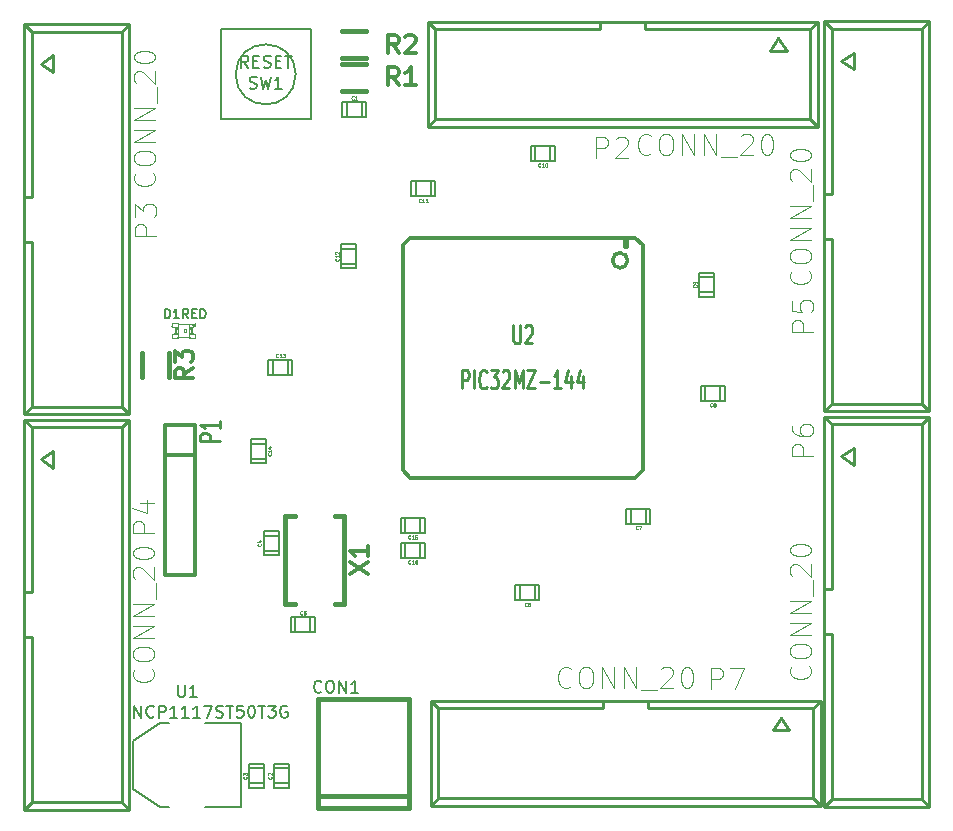
<source format=gbr>
%FSLAX46Y46*%
G04 Gerber Fmt 4.6, Leading zero omitted, Abs format (unit mm)*
G04 Created by KiCad (PCBNEW (2014-09-25 BZR 5147)-product) date jue 25 dic 2014 15:50:29 ART*
%MOMM*%
G01*
G04 APERTURE LIST*
%ADD10C,0.100000*%
%ADD11C,0.127000*%
%ADD12C,0.381000*%
%ADD13C,0.066040*%
%ADD14C,0.101600*%
%ADD15C,0.050800*%
%ADD16C,0.304800*%
%ADD17C,0.254000*%
%ADD18C,0.203200*%
%ADD19C,0.060960*%
%ADD20C,0.271780*%
%ADD21C,0.088900*%
G04 APERTURE END LIST*
D10*
D11*
X134885000Y-83365000D02*
X134885000Y-84635000D01*
X133615000Y-83365000D02*
X133615000Y-84609600D01*
X133234000Y-83365000D02*
X135266000Y-83365000D01*
X135266000Y-83365000D02*
X135266000Y-84635000D01*
X135266000Y-84635000D02*
X133234000Y-84635000D01*
X133234000Y-84635000D02*
X133234000Y-83365000D01*
X127465000Y-139765000D02*
X128735000Y-139765000D01*
X127465000Y-141035000D02*
X128709600Y-141035000D01*
X127465000Y-141416000D02*
X127465000Y-139384000D01*
X127465000Y-139384000D02*
X128735000Y-139384000D01*
X128735000Y-139384000D02*
X128735000Y-141416000D01*
X128735000Y-141416000D02*
X127465000Y-141416000D01*
X125365000Y-139765000D02*
X126635000Y-139765000D01*
X125365000Y-141035000D02*
X126609600Y-141035000D01*
X125365000Y-141416000D02*
X125365000Y-139384000D01*
X125365000Y-139384000D02*
X126635000Y-139384000D01*
X126635000Y-139384000D02*
X126635000Y-141416000D01*
X126635000Y-141416000D02*
X125365000Y-141416000D01*
X126565000Y-120065000D02*
X127835000Y-120065000D01*
X126565000Y-121335000D02*
X127809600Y-121335000D01*
X126565000Y-121716000D02*
X126565000Y-119684000D01*
X126565000Y-119684000D02*
X127835000Y-119684000D01*
X127835000Y-119684000D02*
X127835000Y-121716000D01*
X127835000Y-121716000D02*
X126565000Y-121716000D01*
X130535000Y-126965000D02*
X130535000Y-128235000D01*
X129265000Y-126965000D02*
X129265000Y-128209600D01*
X128884000Y-126965000D02*
X130916000Y-126965000D01*
X130916000Y-126965000D02*
X130916000Y-128235000D01*
X130916000Y-128235000D02*
X128884000Y-128235000D01*
X128884000Y-128235000D02*
X128884000Y-126965000D01*
X148265000Y-125535000D02*
X148265000Y-124265000D01*
X149535000Y-125535000D02*
X149535000Y-124290400D01*
X149916000Y-125535000D02*
X147884000Y-125535000D01*
X147884000Y-125535000D02*
X147884000Y-124265000D01*
X147884000Y-124265000D02*
X149916000Y-124265000D01*
X149916000Y-124265000D02*
X149916000Y-125535000D01*
X157665000Y-119035000D02*
X157665000Y-117765000D01*
X158935000Y-119035000D02*
X158935000Y-117790400D01*
X159316000Y-119035000D02*
X157284000Y-119035000D01*
X157284000Y-119035000D02*
X157284000Y-117765000D01*
X157284000Y-117765000D02*
X159316000Y-117765000D01*
X159316000Y-117765000D02*
X159316000Y-119035000D01*
X163965000Y-108635000D02*
X163965000Y-107365000D01*
X165235000Y-108635000D02*
X165235000Y-107390400D01*
X165616000Y-108635000D02*
X163584000Y-108635000D01*
X163584000Y-108635000D02*
X163584000Y-107365000D01*
X163584000Y-107365000D02*
X165616000Y-107365000D01*
X165616000Y-107365000D02*
X165616000Y-108635000D01*
X163465000Y-98165000D02*
X164735000Y-98165000D01*
X163465000Y-99435000D02*
X164709600Y-99435000D01*
X163465000Y-99816000D02*
X163465000Y-97784000D01*
X163465000Y-97784000D02*
X164735000Y-97784000D01*
X164735000Y-97784000D02*
X164735000Y-99816000D01*
X164735000Y-99816000D02*
X163465000Y-99816000D01*
X149565000Y-88335000D02*
X149565000Y-87065000D01*
X150835000Y-88335000D02*
X150835000Y-87090400D01*
X151216000Y-88335000D02*
X149184000Y-88335000D01*
X149184000Y-88335000D02*
X149184000Y-87065000D01*
X149184000Y-87065000D02*
X151216000Y-87065000D01*
X151216000Y-87065000D02*
X151216000Y-88335000D01*
X139465000Y-91335000D02*
X139465000Y-90065000D01*
X140735000Y-91335000D02*
X140735000Y-90090400D01*
X141116000Y-91335000D02*
X139084000Y-91335000D01*
X139084000Y-91335000D02*
X139084000Y-90065000D01*
X139084000Y-90065000D02*
X141116000Y-90065000D01*
X141116000Y-90065000D02*
X141116000Y-91335000D01*
X133165000Y-95765000D02*
X134435000Y-95765000D01*
X133165000Y-97035000D02*
X134409600Y-97035000D01*
X133165000Y-97416000D02*
X133165000Y-95384000D01*
X133165000Y-95384000D02*
X134435000Y-95384000D01*
X134435000Y-95384000D02*
X134435000Y-97416000D01*
X134435000Y-97416000D02*
X133165000Y-97416000D01*
X128635000Y-105165000D02*
X128635000Y-106435000D01*
X127365000Y-105165000D02*
X127365000Y-106409600D01*
X126984000Y-105165000D02*
X129016000Y-105165000D01*
X129016000Y-105165000D02*
X129016000Y-106435000D01*
X129016000Y-106435000D02*
X126984000Y-106435000D01*
X126984000Y-106435000D02*
X126984000Y-105165000D01*
X126735000Y-113535000D02*
X125465000Y-113535000D01*
X126735000Y-112265000D02*
X125490400Y-112265000D01*
X126735000Y-111884000D02*
X126735000Y-113916000D01*
X126735000Y-113916000D02*
X125465000Y-113916000D01*
X125465000Y-113916000D02*
X125465000Y-111884000D01*
X125465000Y-111884000D02*
X126735000Y-111884000D01*
X138565000Y-119835000D02*
X138565000Y-118565000D01*
X139835000Y-119835000D02*
X139835000Y-118590400D01*
X140216000Y-119835000D02*
X138184000Y-119835000D01*
X138184000Y-119835000D02*
X138184000Y-118565000D01*
X138184000Y-118565000D02*
X140216000Y-118565000D01*
X140216000Y-118565000D02*
X140216000Y-119835000D01*
X138565000Y-121935000D02*
X138565000Y-120665000D01*
X139835000Y-121935000D02*
X139835000Y-120690400D01*
X140216000Y-121935000D02*
X138184000Y-121935000D01*
X138184000Y-121935000D02*
X138184000Y-120665000D01*
X138184000Y-120665000D02*
X140216000Y-120665000D01*
X140216000Y-120665000D02*
X140216000Y-121935000D01*
D12*
X131149360Y-142099180D02*
X138850640Y-142099180D01*
X131149360Y-143099940D02*
X138850640Y-143099940D01*
X138850640Y-143099940D02*
X138850640Y-133900060D01*
X138850640Y-133900060D02*
X131149360Y-133900060D01*
X131149360Y-133900060D02*
X131149360Y-143099940D01*
D13*
X120297840Y-102999720D02*
X120297840Y-103324840D01*
X120297840Y-103324840D02*
X120798220Y-103324840D01*
X120798220Y-102999720D02*
X120798220Y-103324840D01*
X120297840Y-102999720D02*
X120798220Y-102999720D01*
X120297840Y-102377420D02*
X120297840Y-102527280D01*
X120297840Y-102527280D02*
X120549300Y-102527280D01*
X120549300Y-102377420D02*
X120549300Y-102527280D01*
X120297840Y-102377420D02*
X120549300Y-102377420D01*
X120297840Y-102872720D02*
X120297840Y-103022580D01*
X120297840Y-103022580D02*
X120549300Y-103022580D01*
X120549300Y-102872720D02*
X120549300Y-103022580D01*
X120297840Y-102872720D02*
X120549300Y-102872720D01*
X120297840Y-102501880D02*
X120297840Y-102898120D01*
X120297840Y-102898120D02*
X120473100Y-102898120D01*
X120473100Y-102501880D02*
X120473100Y-102898120D01*
X120297840Y-102501880D02*
X120473100Y-102501880D01*
X118801780Y-102999720D02*
X118801780Y-103324840D01*
X118801780Y-103324840D02*
X119302160Y-103324840D01*
X119302160Y-102999720D02*
X119302160Y-103324840D01*
X118801780Y-102999720D02*
X119302160Y-102999720D01*
X118801780Y-102075160D02*
X118801780Y-102400280D01*
X118801780Y-102400280D02*
X119302160Y-102400280D01*
X119302160Y-102075160D02*
X119302160Y-102400280D01*
X118801780Y-102075160D02*
X119302160Y-102075160D01*
X119050700Y-102872720D02*
X119050700Y-103022580D01*
X119050700Y-103022580D02*
X119302160Y-103022580D01*
X119302160Y-102872720D02*
X119302160Y-103022580D01*
X119050700Y-102872720D02*
X119302160Y-102872720D01*
X119050700Y-102377420D02*
X119050700Y-102527280D01*
X119050700Y-102527280D02*
X119302160Y-102527280D01*
X119302160Y-102377420D02*
X119302160Y-102527280D01*
X119050700Y-102377420D02*
X119302160Y-102377420D01*
X119126900Y-102501880D02*
X119126900Y-102898120D01*
X119126900Y-102898120D02*
X119302160Y-102898120D01*
X119302160Y-102501880D02*
X119302160Y-102898120D01*
X119126900Y-102501880D02*
X119302160Y-102501880D01*
X119800000Y-102600940D02*
X119800000Y-102799060D01*
X119800000Y-102799060D02*
X119998120Y-102799060D01*
X119998120Y-102600940D02*
X119998120Y-102799060D01*
X119800000Y-102600940D02*
X119998120Y-102600940D01*
X120297840Y-102100560D02*
X120297840Y-102400280D01*
X120297840Y-102400280D02*
X120597560Y-102400280D01*
X120597560Y-102100560D02*
X120597560Y-102400280D01*
X120297840Y-102100560D02*
X120597560Y-102100560D01*
X120724560Y-102075160D02*
X120724560Y-102301220D01*
X120724560Y-102301220D02*
X120798220Y-102301220D01*
X120798220Y-102075160D02*
X120798220Y-102301220D01*
X120724560Y-102075160D02*
X120798220Y-102075160D01*
D14*
X120323240Y-103274040D02*
X119276760Y-103274040D01*
X119302160Y-102125960D02*
X120724560Y-102125960D01*
D15*
X120720202Y-102250420D02*
G75*
G03X120720202Y-102250420I-71842J0D01*
G74*
G01*
D14*
X120798220Y-102352020D02*
G75*
G03X120798220Y-103047980I0J-347980D01*
G74*
G01*
X118801780Y-103047980D02*
G75*
G03X118801780Y-102352020I0J347980D01*
G74*
G01*
D16*
X118230000Y-110680000D02*
X120770000Y-110680000D01*
X120770000Y-110680000D02*
X120770000Y-123380000D01*
X120770000Y-123380000D02*
X118230000Y-123380000D01*
X118230000Y-123380000D02*
X118230000Y-110680000D01*
X118230000Y-113220000D02*
X120770000Y-113220000D01*
D17*
X141125000Y-77190000D02*
X140490000Y-76555000D01*
X141125000Y-84810000D02*
X140490000Y-85445000D01*
X172875000Y-77190000D02*
X173510000Y-76555000D01*
X173510000Y-85445000D02*
X172875000Y-84810000D01*
X172875000Y-84810000D02*
X172875000Y-77190000D01*
X172875000Y-77190000D02*
X158905000Y-77190000D01*
X158905000Y-77190000D02*
X158905000Y-76555000D01*
X172875000Y-84810000D02*
X141125000Y-84810000D01*
X141125000Y-84810000D02*
X141125000Y-77190000D01*
X141125000Y-77190000D02*
X155095000Y-77190000D01*
X155095000Y-77190000D02*
X155095000Y-76555000D01*
X140490000Y-85445000D02*
X173510000Y-85445000D01*
X173510000Y-76555000D02*
X140490000Y-76555000D01*
X173510000Y-85445000D02*
X173510000Y-76555000D01*
X140490000Y-85445000D02*
X140490000Y-76555000D01*
X170848080Y-79031500D02*
X170149580Y-77962160D01*
X170149580Y-77962160D02*
X169448540Y-79031500D01*
X169448540Y-79031500D02*
X170848080Y-79031500D01*
X106940000Y-109125000D02*
X106305000Y-109760000D01*
X114560000Y-109125000D02*
X115195000Y-109760000D01*
X106940000Y-77375000D02*
X106305000Y-76740000D01*
X115195000Y-76740000D02*
X114560000Y-77375000D01*
X114560000Y-77375000D02*
X106940000Y-77375000D01*
X106940000Y-77375000D02*
X106940000Y-91345000D01*
X106940000Y-91345000D02*
X106305000Y-91345000D01*
X114560000Y-77375000D02*
X114560000Y-109125000D01*
X114560000Y-109125000D02*
X106940000Y-109125000D01*
X106940000Y-109125000D02*
X106940000Y-95155000D01*
X106940000Y-95155000D02*
X106305000Y-95155000D01*
X115195000Y-109760000D02*
X115195000Y-76740000D01*
X106305000Y-76740000D02*
X106305000Y-109760000D01*
X115195000Y-76740000D02*
X106305000Y-76740000D01*
X115195000Y-109760000D02*
X106305000Y-109760000D01*
X108781500Y-79401920D02*
X107712160Y-80100420D01*
X107712160Y-80100420D02*
X108781500Y-80801460D01*
X108781500Y-80801460D02*
X108781500Y-79401920D01*
X106940000Y-142625000D02*
X106305000Y-143260000D01*
X114560000Y-142625000D02*
X115195000Y-143260000D01*
X106940000Y-110875000D02*
X106305000Y-110240000D01*
X115195000Y-110240000D02*
X114560000Y-110875000D01*
X114560000Y-110875000D02*
X106940000Y-110875000D01*
X106940000Y-110875000D02*
X106940000Y-124845000D01*
X106940000Y-124845000D02*
X106305000Y-124845000D01*
X114560000Y-110875000D02*
X114560000Y-142625000D01*
X114560000Y-142625000D02*
X106940000Y-142625000D01*
X106940000Y-142625000D02*
X106940000Y-128655000D01*
X106940000Y-128655000D02*
X106305000Y-128655000D01*
X115195000Y-143260000D02*
X115195000Y-110240000D01*
X106305000Y-110240000D02*
X106305000Y-143260000D01*
X115195000Y-110240000D02*
X106305000Y-110240000D01*
X115195000Y-143260000D02*
X106305000Y-143260000D01*
X108781500Y-112901920D02*
X107712160Y-113600420D01*
X107712160Y-113600420D02*
X108781500Y-114301460D01*
X108781500Y-114301460D02*
X108781500Y-112901920D01*
X174690000Y-108875000D02*
X174055000Y-109510000D01*
X182310000Y-108875000D02*
X182945000Y-109510000D01*
X174690000Y-77125000D02*
X174055000Y-76490000D01*
X182945000Y-76490000D02*
X182310000Y-77125000D01*
X182310000Y-77125000D02*
X174690000Y-77125000D01*
X174690000Y-77125000D02*
X174690000Y-91095000D01*
X174690000Y-91095000D02*
X174055000Y-91095000D01*
X182310000Y-77125000D02*
X182310000Y-108875000D01*
X182310000Y-108875000D02*
X174690000Y-108875000D01*
X174690000Y-108875000D02*
X174690000Y-94905000D01*
X174690000Y-94905000D02*
X174055000Y-94905000D01*
X182945000Y-109510000D02*
X182945000Y-76490000D01*
X174055000Y-76490000D02*
X174055000Y-109510000D01*
X182945000Y-76490000D02*
X174055000Y-76490000D01*
X182945000Y-109510000D02*
X174055000Y-109510000D01*
X176531500Y-79151920D02*
X175462160Y-79850420D01*
X175462160Y-79850420D02*
X176531500Y-80551460D01*
X176531500Y-80551460D02*
X176531500Y-79151920D01*
X174690000Y-142375000D02*
X174055000Y-143010000D01*
X182310000Y-142375000D02*
X182945000Y-143010000D01*
X174690000Y-110625000D02*
X174055000Y-109990000D01*
X182945000Y-109990000D02*
X182310000Y-110625000D01*
X182310000Y-110625000D02*
X174690000Y-110625000D01*
X174690000Y-110625000D02*
X174690000Y-124595000D01*
X174690000Y-124595000D02*
X174055000Y-124595000D01*
X182310000Y-110625000D02*
X182310000Y-142375000D01*
X182310000Y-142375000D02*
X174690000Y-142375000D01*
X174690000Y-142375000D02*
X174690000Y-128405000D01*
X174690000Y-128405000D02*
X174055000Y-128405000D01*
X182945000Y-143010000D02*
X182945000Y-109990000D01*
X174055000Y-109990000D02*
X174055000Y-143010000D01*
X182945000Y-109990000D02*
X174055000Y-109990000D01*
X182945000Y-143010000D02*
X174055000Y-143010000D01*
X176531500Y-112651920D02*
X175462160Y-113350420D01*
X175462160Y-113350420D02*
X176531500Y-114051460D01*
X176531500Y-114051460D02*
X176531500Y-112651920D01*
X141375000Y-134690000D02*
X140740000Y-134055000D01*
X141375000Y-142310000D02*
X140740000Y-142945000D01*
X173125000Y-134690000D02*
X173760000Y-134055000D01*
X173760000Y-142945000D02*
X173125000Y-142310000D01*
X173125000Y-142310000D02*
X173125000Y-134690000D01*
X173125000Y-134690000D02*
X159155000Y-134690000D01*
X159155000Y-134690000D02*
X159155000Y-134055000D01*
X173125000Y-142310000D02*
X141375000Y-142310000D01*
X141375000Y-142310000D02*
X141375000Y-134690000D01*
X141375000Y-134690000D02*
X155345000Y-134690000D01*
X155345000Y-134690000D02*
X155345000Y-134055000D01*
X140740000Y-142945000D02*
X173760000Y-142945000D01*
X173760000Y-134055000D02*
X140740000Y-134055000D01*
X173760000Y-142945000D02*
X173760000Y-134055000D01*
X140740000Y-142945000D02*
X140740000Y-134055000D01*
X171098080Y-136531500D02*
X170399580Y-135462160D01*
X170399580Y-135462160D02*
X169698540Y-136531500D01*
X169698540Y-136531500D02*
X171098080Y-136531500D01*
D12*
X134250000Y-82393000D02*
X135266000Y-82393000D01*
X134250000Y-82393000D02*
X133234000Y-82393000D01*
X134250000Y-80107000D02*
X135266000Y-80107000D01*
X134250000Y-80107000D02*
X133234000Y-80107000D01*
X134250000Y-79643000D02*
X135266000Y-79643000D01*
X134250000Y-79643000D02*
X133234000Y-79643000D01*
X134250000Y-77357000D02*
X135266000Y-77357000D01*
X134250000Y-77357000D02*
X133234000Y-77357000D01*
X118543000Y-105600000D02*
X118543000Y-104584000D01*
X118543000Y-105600000D02*
X118543000Y-106616000D01*
X116257000Y-105600000D02*
X116257000Y-104584000D01*
X116257000Y-105600000D02*
X116257000Y-106616000D01*
D11*
X129290000Y-81000000D02*
G75*
G03X129290000Y-81000000I-2540000J0D01*
G74*
G01*
X130560000Y-84810000D02*
X122940000Y-84810000D01*
X122940000Y-84810000D02*
X122940000Y-77190000D01*
X122940000Y-77190000D02*
X130560000Y-77190000D01*
X130560000Y-84810000D02*
X130560000Y-77190000D01*
D18*
X121624000Y-143056000D02*
X124672000Y-143056000D01*
X124672000Y-143056000D02*
X124672000Y-135944000D01*
X124672000Y-135944000D02*
X121624000Y-135944000D01*
X118576000Y-143056000D02*
X117814000Y-143056000D01*
X117814000Y-143056000D02*
X115528000Y-141532000D01*
X115528000Y-141532000D02*
X115528000Y-137468000D01*
X115528000Y-137468000D02*
X117814000Y-135944000D01*
X117814000Y-135944000D02*
X118576000Y-135944000D01*
D16*
X157390000Y-96745000D02*
G75*
G03X157390000Y-96745000I-635000J0D01*
G74*
G01*
X157136000Y-95602000D02*
X157364600Y-95602000D01*
X157364600Y-95602000D02*
X157364600Y-94840000D01*
X157136000Y-94840000D02*
X157136000Y-95602000D01*
X138975000Y-94840000D02*
X138340000Y-95475000D01*
X138340000Y-95475000D02*
X138340000Y-114525000D01*
X138340000Y-114525000D02*
X138975000Y-115160000D01*
X138975000Y-115160000D02*
X158025000Y-115160000D01*
X158025000Y-115160000D02*
X158660000Y-114525000D01*
X158660000Y-114525000D02*
X158660000Y-95475000D01*
X158660000Y-95475000D02*
X158025000Y-94840000D01*
X158025000Y-94840000D02*
X138975000Y-94840000D01*
D12*
X128400640Y-118350960D02*
X129200740Y-118350960D01*
X133399360Y-118350960D02*
X132599260Y-118350960D01*
X133399360Y-125849040D02*
X132599260Y-125849040D01*
X128400640Y-125849040D02*
X129200740Y-125849040D01*
X128400640Y-118350960D02*
X128400640Y-125849040D01*
X133399360Y-125849040D02*
X133399360Y-118350960D01*
D19*
X134200046Y-83116443D02*
X134185774Y-83130715D01*
X134142957Y-83144988D01*
X134114412Y-83144988D01*
X134071595Y-83130715D01*
X134043050Y-83102170D01*
X134028778Y-83073626D01*
X134014506Y-83016536D01*
X134014506Y-82973719D01*
X134028778Y-82916630D01*
X134043050Y-82888085D01*
X134071595Y-82859540D01*
X134114412Y-82845268D01*
X134142957Y-82845268D01*
X134185774Y-82859540D01*
X134200046Y-82873812D01*
X134485494Y-83144988D02*
X134314226Y-83144988D01*
X134399860Y-83144988D02*
X134399860Y-82845268D01*
X134371315Y-82888085D01*
X134342770Y-82916630D01*
X134314226Y-82930902D01*
X127216443Y-140449954D02*
X127230715Y-140464226D01*
X127244988Y-140507043D01*
X127244988Y-140535588D01*
X127230715Y-140578405D01*
X127202170Y-140606950D01*
X127173626Y-140621222D01*
X127116536Y-140635494D01*
X127073719Y-140635494D01*
X127016630Y-140621222D01*
X126988085Y-140606950D01*
X126959540Y-140578405D01*
X126945268Y-140535588D01*
X126945268Y-140507043D01*
X126959540Y-140464226D01*
X126973812Y-140449954D01*
X126973812Y-140335774D02*
X126959540Y-140321502D01*
X126945268Y-140292957D01*
X126945268Y-140221595D01*
X126959540Y-140193051D01*
X126973812Y-140178778D01*
X127002357Y-140164506D01*
X127030902Y-140164506D01*
X127073719Y-140178778D01*
X127244988Y-140350047D01*
X127244988Y-140164506D01*
X125116443Y-140449954D02*
X125130715Y-140464226D01*
X125144988Y-140507043D01*
X125144988Y-140535588D01*
X125130715Y-140578405D01*
X125102170Y-140606950D01*
X125073626Y-140621222D01*
X125016536Y-140635494D01*
X124973719Y-140635494D01*
X124916630Y-140621222D01*
X124888085Y-140606950D01*
X124859540Y-140578405D01*
X124845268Y-140535588D01*
X124845268Y-140507043D01*
X124859540Y-140464226D01*
X124873812Y-140449954D01*
X124845268Y-140350047D02*
X124845268Y-140164506D01*
X124959447Y-140264413D01*
X124959447Y-140221595D01*
X124973719Y-140193051D01*
X124987991Y-140178778D01*
X125016536Y-140164506D01*
X125087898Y-140164506D01*
X125116443Y-140178778D01*
X125130715Y-140193051D01*
X125144988Y-140221595D01*
X125144988Y-140307230D01*
X125130715Y-140335774D01*
X125116443Y-140350047D01*
X126316443Y-120749954D02*
X126330715Y-120764226D01*
X126344988Y-120807043D01*
X126344988Y-120835588D01*
X126330715Y-120878405D01*
X126302170Y-120906950D01*
X126273626Y-120921222D01*
X126216536Y-120935494D01*
X126173719Y-120935494D01*
X126116630Y-120921222D01*
X126088085Y-120906950D01*
X126059540Y-120878405D01*
X126045268Y-120835588D01*
X126045268Y-120807043D01*
X126059540Y-120764226D01*
X126073812Y-120749954D01*
X126145174Y-120493051D02*
X126344988Y-120493051D01*
X126030995Y-120564413D02*
X126245081Y-120635774D01*
X126245081Y-120450234D01*
X129850046Y-126716443D02*
X129835774Y-126730715D01*
X129792957Y-126744988D01*
X129764412Y-126744988D01*
X129721595Y-126730715D01*
X129693050Y-126702170D01*
X129678778Y-126673626D01*
X129664506Y-126616536D01*
X129664506Y-126573719D01*
X129678778Y-126516630D01*
X129693050Y-126488085D01*
X129721595Y-126459540D01*
X129764412Y-126445268D01*
X129792957Y-126445268D01*
X129835774Y-126459540D01*
X129850046Y-126473812D01*
X130121222Y-126445268D02*
X129978498Y-126445268D01*
X129964226Y-126587991D01*
X129978498Y-126573719D01*
X130007043Y-126559447D01*
X130078405Y-126559447D01*
X130106949Y-126573719D01*
X130121222Y-126587991D01*
X130135494Y-126616536D01*
X130135494Y-126687898D01*
X130121222Y-126716443D01*
X130106949Y-126730715D01*
X130078405Y-126744988D01*
X130007043Y-126744988D01*
X129978498Y-126730715D01*
X129964226Y-126716443D01*
X148850046Y-125997643D02*
X148835774Y-126011915D01*
X148792957Y-126026188D01*
X148764412Y-126026188D01*
X148721595Y-126011915D01*
X148693050Y-125983370D01*
X148678778Y-125954826D01*
X148664506Y-125897736D01*
X148664506Y-125854919D01*
X148678778Y-125797830D01*
X148693050Y-125769285D01*
X148721595Y-125740740D01*
X148764412Y-125726468D01*
X148792957Y-125726468D01*
X148835774Y-125740740D01*
X148850046Y-125755012D01*
X149106949Y-125726468D02*
X149049860Y-125726468D01*
X149021315Y-125740740D01*
X149007043Y-125755012D01*
X148978498Y-125797830D01*
X148964226Y-125854919D01*
X148964226Y-125969098D01*
X148978498Y-125997643D01*
X148992770Y-126011915D01*
X149021315Y-126026188D01*
X149078405Y-126026188D01*
X149106949Y-126011915D01*
X149121222Y-125997643D01*
X149135494Y-125969098D01*
X149135494Y-125897736D01*
X149121222Y-125869191D01*
X149106949Y-125854919D01*
X149078405Y-125840647D01*
X149021315Y-125840647D01*
X148992770Y-125854919D01*
X148978498Y-125869191D01*
X148964226Y-125897736D01*
X158250046Y-119497643D02*
X158235774Y-119511915D01*
X158192957Y-119526188D01*
X158164412Y-119526188D01*
X158121595Y-119511915D01*
X158093050Y-119483370D01*
X158078778Y-119454826D01*
X158064506Y-119397736D01*
X158064506Y-119354919D01*
X158078778Y-119297830D01*
X158093050Y-119269285D01*
X158121595Y-119240740D01*
X158164412Y-119226468D01*
X158192957Y-119226468D01*
X158235774Y-119240740D01*
X158250046Y-119255012D01*
X158349953Y-119226468D02*
X158549766Y-119226468D01*
X158421315Y-119526188D01*
X164550046Y-109097643D02*
X164535774Y-109111915D01*
X164492957Y-109126188D01*
X164464412Y-109126188D01*
X164421595Y-109111915D01*
X164393050Y-109083370D01*
X164378778Y-109054826D01*
X164364506Y-108997736D01*
X164364506Y-108954919D01*
X164378778Y-108897830D01*
X164393050Y-108869285D01*
X164421595Y-108840740D01*
X164464412Y-108826468D01*
X164492957Y-108826468D01*
X164535774Y-108840740D01*
X164550046Y-108855012D01*
X164721315Y-108954919D02*
X164692770Y-108940647D01*
X164678498Y-108926374D01*
X164664226Y-108897830D01*
X164664226Y-108883557D01*
X164678498Y-108855012D01*
X164692770Y-108840740D01*
X164721315Y-108826468D01*
X164778405Y-108826468D01*
X164806949Y-108840740D01*
X164821222Y-108855012D01*
X164835494Y-108883557D01*
X164835494Y-108897830D01*
X164821222Y-108926374D01*
X164806949Y-108940647D01*
X164778405Y-108954919D01*
X164721315Y-108954919D01*
X164692770Y-108969191D01*
X164678498Y-108983464D01*
X164664226Y-109012009D01*
X164664226Y-109069098D01*
X164678498Y-109097643D01*
X164692770Y-109111915D01*
X164721315Y-109126188D01*
X164778405Y-109126188D01*
X164806949Y-109111915D01*
X164821222Y-109097643D01*
X164835494Y-109069098D01*
X164835494Y-109012009D01*
X164821222Y-108983464D01*
X164806949Y-108969191D01*
X164778405Y-108954919D01*
X163216443Y-98849954D02*
X163230715Y-98864226D01*
X163244988Y-98907043D01*
X163244988Y-98935588D01*
X163230715Y-98978405D01*
X163202170Y-99006950D01*
X163173626Y-99021222D01*
X163116536Y-99035494D01*
X163073719Y-99035494D01*
X163016630Y-99021222D01*
X162988085Y-99006950D01*
X162959540Y-98978405D01*
X162945268Y-98935588D01*
X162945268Y-98907043D01*
X162959540Y-98864226D01*
X162973812Y-98849954D01*
X163244988Y-98707230D02*
X163244988Y-98650140D01*
X163230715Y-98621595D01*
X163216443Y-98607323D01*
X163173626Y-98578778D01*
X163116536Y-98564506D01*
X163002357Y-98564506D01*
X162973812Y-98578778D01*
X162959540Y-98593051D01*
X162945268Y-98621595D01*
X162945268Y-98678685D01*
X162959540Y-98707230D01*
X162973812Y-98721502D01*
X163002357Y-98735774D01*
X163073719Y-98735774D01*
X163102264Y-98721502D01*
X163116536Y-98707230D01*
X163130809Y-98678685D01*
X163130809Y-98621595D01*
X163116536Y-98593051D01*
X163102264Y-98578778D01*
X163073719Y-98564506D01*
X150007322Y-88797643D02*
X149993050Y-88811915D01*
X149950233Y-88826188D01*
X149921688Y-88826188D01*
X149878871Y-88811915D01*
X149850326Y-88783370D01*
X149836054Y-88754826D01*
X149821782Y-88697736D01*
X149821782Y-88654919D01*
X149836054Y-88597830D01*
X149850326Y-88569285D01*
X149878871Y-88540740D01*
X149921688Y-88526468D01*
X149950233Y-88526468D01*
X149993050Y-88540740D01*
X150007322Y-88555012D01*
X150292770Y-88826188D02*
X150121502Y-88826188D01*
X150207136Y-88826188D02*
X150207136Y-88526468D01*
X150178591Y-88569285D01*
X150150046Y-88597830D01*
X150121502Y-88612102D01*
X150478311Y-88526468D02*
X150506856Y-88526468D01*
X150535401Y-88540740D01*
X150549673Y-88555012D01*
X150563946Y-88583557D01*
X150578218Y-88640647D01*
X150578218Y-88712009D01*
X150563946Y-88769098D01*
X150549673Y-88797643D01*
X150535401Y-88811915D01*
X150506856Y-88826188D01*
X150478311Y-88826188D01*
X150449767Y-88811915D01*
X150435494Y-88797643D01*
X150421222Y-88769098D01*
X150406950Y-88712009D01*
X150406950Y-88640647D01*
X150421222Y-88583557D01*
X150435494Y-88555012D01*
X150449767Y-88540740D01*
X150478311Y-88526468D01*
X139907322Y-91797643D02*
X139893050Y-91811915D01*
X139850233Y-91826188D01*
X139821688Y-91826188D01*
X139778871Y-91811915D01*
X139750326Y-91783370D01*
X139736054Y-91754826D01*
X139721782Y-91697736D01*
X139721782Y-91654919D01*
X139736054Y-91597830D01*
X139750326Y-91569285D01*
X139778871Y-91540740D01*
X139821688Y-91526468D01*
X139850233Y-91526468D01*
X139893050Y-91540740D01*
X139907322Y-91555012D01*
X140192770Y-91826188D02*
X140021502Y-91826188D01*
X140107136Y-91826188D02*
X140107136Y-91526468D01*
X140078591Y-91569285D01*
X140050046Y-91597830D01*
X140021502Y-91612102D01*
X140478218Y-91826188D02*
X140306950Y-91826188D01*
X140392584Y-91826188D02*
X140392584Y-91526468D01*
X140364039Y-91569285D01*
X140335494Y-91597830D01*
X140306950Y-91612102D01*
X132916443Y-96592678D02*
X132930715Y-96606950D01*
X132944988Y-96649767D01*
X132944988Y-96678312D01*
X132930715Y-96721129D01*
X132902170Y-96749674D01*
X132873626Y-96763946D01*
X132816536Y-96778218D01*
X132773719Y-96778218D01*
X132716630Y-96763946D01*
X132688085Y-96749674D01*
X132659540Y-96721129D01*
X132645268Y-96678312D01*
X132645268Y-96649767D01*
X132659540Y-96606950D01*
X132673812Y-96592678D01*
X132944988Y-96307230D02*
X132944988Y-96478498D01*
X132944988Y-96392864D02*
X132645268Y-96392864D01*
X132688085Y-96421409D01*
X132716630Y-96449954D01*
X132730902Y-96478498D01*
X132673812Y-96193050D02*
X132659540Y-96178778D01*
X132645268Y-96150233D01*
X132645268Y-96078871D01*
X132659540Y-96050327D01*
X132673812Y-96036054D01*
X132702357Y-96021782D01*
X132730902Y-96021782D01*
X132773719Y-96036054D01*
X132944988Y-96207323D01*
X132944988Y-96021782D01*
X127807322Y-104916443D02*
X127793050Y-104930715D01*
X127750233Y-104944988D01*
X127721688Y-104944988D01*
X127678871Y-104930715D01*
X127650326Y-104902170D01*
X127636054Y-104873626D01*
X127621782Y-104816536D01*
X127621782Y-104773719D01*
X127636054Y-104716630D01*
X127650326Y-104688085D01*
X127678871Y-104659540D01*
X127721688Y-104645268D01*
X127750233Y-104645268D01*
X127793050Y-104659540D01*
X127807322Y-104673812D01*
X128092770Y-104944988D02*
X127921502Y-104944988D01*
X128007136Y-104944988D02*
X128007136Y-104645268D01*
X127978591Y-104688085D01*
X127950046Y-104716630D01*
X127921502Y-104730902D01*
X128192677Y-104645268D02*
X128378218Y-104645268D01*
X128278311Y-104759447D01*
X128321129Y-104759447D01*
X128349673Y-104773719D01*
X128363946Y-104787991D01*
X128378218Y-104816536D01*
X128378218Y-104887898D01*
X128363946Y-104916443D01*
X128349673Y-104930715D01*
X128321129Y-104944988D01*
X128235494Y-104944988D01*
X128206950Y-104930715D01*
X128192677Y-104916443D01*
X127197643Y-113092678D02*
X127211915Y-113106950D01*
X127226188Y-113149767D01*
X127226188Y-113178312D01*
X127211915Y-113221129D01*
X127183370Y-113249674D01*
X127154826Y-113263946D01*
X127097736Y-113278218D01*
X127054919Y-113278218D01*
X126997830Y-113263946D01*
X126969285Y-113249674D01*
X126940740Y-113221129D01*
X126926468Y-113178312D01*
X126926468Y-113149767D01*
X126940740Y-113106950D01*
X126955012Y-113092678D01*
X127226188Y-112807230D02*
X127226188Y-112978498D01*
X127226188Y-112892864D02*
X126926468Y-112892864D01*
X126969285Y-112921409D01*
X126997830Y-112949954D01*
X127012102Y-112978498D01*
X127026374Y-112550327D02*
X127226188Y-112550327D01*
X126912195Y-112621689D02*
X127126281Y-112693050D01*
X127126281Y-112507510D01*
X139007322Y-120297643D02*
X138993050Y-120311915D01*
X138950233Y-120326188D01*
X138921688Y-120326188D01*
X138878871Y-120311915D01*
X138850326Y-120283370D01*
X138836054Y-120254826D01*
X138821782Y-120197736D01*
X138821782Y-120154919D01*
X138836054Y-120097830D01*
X138850326Y-120069285D01*
X138878871Y-120040740D01*
X138921688Y-120026468D01*
X138950233Y-120026468D01*
X138993050Y-120040740D01*
X139007322Y-120055012D01*
X139292770Y-120326188D02*
X139121502Y-120326188D01*
X139207136Y-120326188D02*
X139207136Y-120026468D01*
X139178591Y-120069285D01*
X139150046Y-120097830D01*
X139121502Y-120112102D01*
X139563946Y-120026468D02*
X139421222Y-120026468D01*
X139406950Y-120169191D01*
X139421222Y-120154919D01*
X139449767Y-120140647D01*
X139521129Y-120140647D01*
X139549673Y-120154919D01*
X139563946Y-120169191D01*
X139578218Y-120197736D01*
X139578218Y-120269098D01*
X139563946Y-120297643D01*
X139549673Y-120311915D01*
X139521129Y-120326188D01*
X139449767Y-120326188D01*
X139421222Y-120311915D01*
X139406950Y-120297643D01*
X139007322Y-122397643D02*
X138993050Y-122411915D01*
X138950233Y-122426188D01*
X138921688Y-122426188D01*
X138878871Y-122411915D01*
X138850326Y-122383370D01*
X138836054Y-122354826D01*
X138821782Y-122297736D01*
X138821782Y-122254919D01*
X138836054Y-122197830D01*
X138850326Y-122169285D01*
X138878871Y-122140740D01*
X138921688Y-122126468D01*
X138950233Y-122126468D01*
X138993050Y-122140740D01*
X139007322Y-122155012D01*
X139292770Y-122426188D02*
X139121502Y-122426188D01*
X139207136Y-122426188D02*
X139207136Y-122126468D01*
X139178591Y-122169285D01*
X139150046Y-122197830D01*
X139121502Y-122212102D01*
X139549673Y-122126468D02*
X139492584Y-122126468D01*
X139464039Y-122140740D01*
X139449767Y-122155012D01*
X139421222Y-122197830D01*
X139406950Y-122254919D01*
X139406950Y-122369098D01*
X139421222Y-122397643D01*
X139435494Y-122411915D01*
X139464039Y-122426188D01*
X139521129Y-122426188D01*
X139549673Y-122411915D01*
X139563946Y-122397643D01*
X139578218Y-122369098D01*
X139578218Y-122297736D01*
X139563946Y-122269191D01*
X139549673Y-122254919D01*
X139521129Y-122240647D01*
X139464039Y-122240647D01*
X139435494Y-122254919D01*
X139421222Y-122269191D01*
X139406950Y-122297736D01*
D18*
X131466286Y-133262857D02*
X131417905Y-133311238D01*
X131272762Y-133359619D01*
X131176000Y-133359619D01*
X131030858Y-133311238D01*
X130934096Y-133214476D01*
X130885715Y-133117714D01*
X130837334Y-132924190D01*
X130837334Y-132779048D01*
X130885715Y-132585524D01*
X130934096Y-132488762D01*
X131030858Y-132392000D01*
X131176000Y-132343619D01*
X131272762Y-132343619D01*
X131417905Y-132392000D01*
X131466286Y-132440381D01*
X132095239Y-132343619D02*
X132288762Y-132343619D01*
X132385524Y-132392000D01*
X132482286Y-132488762D01*
X132530667Y-132682286D01*
X132530667Y-133020952D01*
X132482286Y-133214476D01*
X132385524Y-133311238D01*
X132288762Y-133359619D01*
X132095239Y-133359619D01*
X131998477Y-133311238D01*
X131901715Y-133214476D01*
X131853334Y-133020952D01*
X131853334Y-132682286D01*
X131901715Y-132488762D01*
X131998477Y-132392000D01*
X132095239Y-132343619D01*
X132966096Y-133359619D02*
X132966096Y-132343619D01*
X133546667Y-133359619D01*
X133546667Y-132343619D01*
X134562667Y-133359619D02*
X133982096Y-133359619D01*
X134272382Y-133359619D02*
X134272382Y-132343619D01*
X134175620Y-132488762D01*
X134078858Y-132585524D01*
X133982096Y-132633905D01*
D11*
X118237572Y-101644714D02*
X118237572Y-100882714D01*
X118419000Y-100882714D01*
X118527857Y-100919000D01*
X118600429Y-100991571D01*
X118636714Y-101064143D01*
X118673000Y-101209286D01*
X118673000Y-101318143D01*
X118636714Y-101463286D01*
X118600429Y-101535857D01*
X118527857Y-101608429D01*
X118419000Y-101644714D01*
X118237572Y-101644714D01*
X119398714Y-101644714D02*
X118963286Y-101644714D01*
X119181000Y-101644714D02*
X119181000Y-100882714D01*
X119108429Y-100991571D01*
X119035857Y-101064143D01*
X118963286Y-101100429D01*
X120210143Y-101644714D02*
X119956143Y-101281857D01*
X119774715Y-101644714D02*
X119774715Y-100882714D01*
X120065000Y-100882714D01*
X120137572Y-100919000D01*
X120173857Y-100955286D01*
X120210143Y-101027857D01*
X120210143Y-101136714D01*
X120173857Y-101209286D01*
X120137572Y-101245571D01*
X120065000Y-101281857D01*
X119774715Y-101281857D01*
X120536715Y-101245571D02*
X120790715Y-101245571D01*
X120899572Y-101644714D02*
X120536715Y-101644714D01*
X120536715Y-100882714D01*
X120899572Y-100882714D01*
X121226144Y-101644714D02*
X121226144Y-100882714D01*
X121407572Y-100882714D01*
X121516429Y-100919000D01*
X121589001Y-100991571D01*
X121625286Y-101064143D01*
X121661572Y-101209286D01*
X121661572Y-101318143D01*
X121625286Y-101463286D01*
X121589001Y-101535857D01*
X121516429Y-101608429D01*
X121407572Y-101644714D01*
X121226144Y-101644714D01*
D20*
X122882501Y-112002398D02*
X121152761Y-112002398D01*
X121152761Y-111588257D01*
X121235130Y-111484722D01*
X121317499Y-111432954D01*
X121482236Y-111381186D01*
X121729341Y-111381186D01*
X121894079Y-111432954D01*
X121976447Y-111484722D01*
X122058816Y-111588257D01*
X122058816Y-112002398D01*
X122882501Y-110345834D02*
X122882501Y-110967046D01*
X122882501Y-110656440D02*
X121152761Y-110656440D01*
X121399867Y-110759975D01*
X121564604Y-110863510D01*
X121646973Y-110967046D01*
D16*
D21*
X154687667Y-88054333D02*
X154687667Y-86276333D01*
X155365001Y-86276333D01*
X155534334Y-86361000D01*
X155619001Y-86445667D01*
X155703667Y-86615000D01*
X155703667Y-86869000D01*
X155619001Y-87038333D01*
X155534334Y-87123000D01*
X155365001Y-87207667D01*
X154687667Y-87207667D01*
X156381001Y-86445667D02*
X156465667Y-86361000D01*
X156635001Y-86276333D01*
X157058334Y-86276333D01*
X157227667Y-86361000D01*
X157312334Y-86445667D01*
X157397001Y-86615000D01*
X157397001Y-86784333D01*
X157312334Y-87038333D01*
X156296334Y-88054333D01*
X157397001Y-88054333D01*
X159385666Y-87635000D02*
X159301000Y-87719667D01*
X159047000Y-87804333D01*
X158877666Y-87804333D01*
X158623666Y-87719667D01*
X158454333Y-87550333D01*
X158369666Y-87381000D01*
X158285000Y-87042333D01*
X158285000Y-86788333D01*
X158369666Y-86449667D01*
X158454333Y-86280333D01*
X158623666Y-86111000D01*
X158877666Y-86026333D01*
X159047000Y-86026333D01*
X159301000Y-86111000D01*
X159385666Y-86195667D01*
X160486333Y-86026333D02*
X160825000Y-86026333D01*
X160994333Y-86111000D01*
X161163666Y-86280333D01*
X161248333Y-86619000D01*
X161248333Y-87211667D01*
X161163666Y-87550333D01*
X160994333Y-87719667D01*
X160825000Y-87804333D01*
X160486333Y-87804333D01*
X160317000Y-87719667D01*
X160147666Y-87550333D01*
X160063000Y-87211667D01*
X160063000Y-86619000D01*
X160147666Y-86280333D01*
X160317000Y-86111000D01*
X160486333Y-86026333D01*
X162010333Y-87804333D02*
X162010333Y-86026333D01*
X163026333Y-87804333D01*
X163026333Y-86026333D01*
X163873000Y-87804333D02*
X163873000Y-86026333D01*
X164889000Y-87804333D01*
X164889000Y-86026333D01*
X165312334Y-87973667D02*
X166667001Y-87973667D01*
X167005668Y-86195667D02*
X167090334Y-86111000D01*
X167259668Y-86026333D01*
X167683001Y-86026333D01*
X167852334Y-86111000D01*
X167937001Y-86195667D01*
X168021668Y-86365000D01*
X168021668Y-86534333D01*
X167937001Y-86788333D01*
X166921001Y-87804333D01*
X168021668Y-87804333D01*
X169122334Y-86026333D02*
X169291667Y-86026333D01*
X169461001Y-86111000D01*
X169545667Y-86195667D01*
X169630334Y-86365000D01*
X169715001Y-86703667D01*
X169715001Y-87127000D01*
X169630334Y-87465667D01*
X169545667Y-87635000D01*
X169461001Y-87719667D01*
X169291667Y-87804333D01*
X169122334Y-87804333D01*
X168953001Y-87719667D01*
X168868334Y-87635000D01*
X168783667Y-87465667D01*
X168699001Y-87127000D01*
X168699001Y-86703667D01*
X168783667Y-86365000D01*
X168868334Y-86195667D01*
X168953001Y-86111000D01*
X169122334Y-86026333D01*
X117504333Y-94662333D02*
X115726333Y-94662333D01*
X115726333Y-93984999D01*
X115811000Y-93815666D01*
X115895667Y-93730999D01*
X116065000Y-93646333D01*
X116319000Y-93646333D01*
X116488333Y-93730999D01*
X116573000Y-93815666D01*
X116657667Y-93984999D01*
X116657667Y-94662333D01*
X115726333Y-93053666D02*
X115726333Y-91952999D01*
X116403667Y-92545666D01*
X116403667Y-92291666D01*
X116488333Y-92122333D01*
X116573000Y-92037666D01*
X116742333Y-91952999D01*
X117165667Y-91952999D01*
X117335000Y-92037666D01*
X117419667Y-92122333D01*
X117504333Y-92291666D01*
X117504333Y-92799666D01*
X117419667Y-92968999D01*
X117335000Y-93053666D01*
X117235000Y-89314334D02*
X117319667Y-89399000D01*
X117404333Y-89653000D01*
X117404333Y-89822334D01*
X117319667Y-90076334D01*
X117150333Y-90245667D01*
X116981000Y-90330334D01*
X116642333Y-90415000D01*
X116388333Y-90415000D01*
X116049667Y-90330334D01*
X115880333Y-90245667D01*
X115711000Y-90076334D01*
X115626333Y-89822334D01*
X115626333Y-89653000D01*
X115711000Y-89399000D01*
X115795667Y-89314334D01*
X115626333Y-88213667D02*
X115626333Y-87875000D01*
X115711000Y-87705667D01*
X115880333Y-87536334D01*
X116219000Y-87451667D01*
X116811667Y-87451667D01*
X117150333Y-87536334D01*
X117319667Y-87705667D01*
X117404333Y-87875000D01*
X117404333Y-88213667D01*
X117319667Y-88383000D01*
X117150333Y-88552334D01*
X116811667Y-88637000D01*
X116219000Y-88637000D01*
X115880333Y-88552334D01*
X115711000Y-88383000D01*
X115626333Y-88213667D01*
X117404333Y-86689667D02*
X115626333Y-86689667D01*
X117404333Y-85673667D01*
X115626333Y-85673667D01*
X117404333Y-84827000D02*
X115626333Y-84827000D01*
X117404333Y-83811000D01*
X115626333Y-83811000D01*
X117573667Y-83387666D02*
X117573667Y-82032999D01*
X115795667Y-81694332D02*
X115711000Y-81609666D01*
X115626333Y-81440332D01*
X115626333Y-81016999D01*
X115711000Y-80847666D01*
X115795667Y-80762999D01*
X115965000Y-80678332D01*
X116134333Y-80678332D01*
X116388333Y-80762999D01*
X117404333Y-81778999D01*
X117404333Y-80678332D01*
X115626333Y-79577666D02*
X115626333Y-79408333D01*
X115711000Y-79238999D01*
X115795667Y-79154333D01*
X115965000Y-79069666D01*
X116303667Y-78984999D01*
X116727000Y-78984999D01*
X117065667Y-79069666D01*
X117235000Y-79154333D01*
X117319667Y-79238999D01*
X117404333Y-79408333D01*
X117404333Y-79577666D01*
X117319667Y-79746999D01*
X117235000Y-79831666D01*
X117065667Y-79916333D01*
X116727000Y-80000999D01*
X116303667Y-80000999D01*
X115965000Y-79916333D01*
X115795667Y-79831666D01*
X115711000Y-79746999D01*
X115626333Y-79577666D01*
X117304333Y-119812333D02*
X115526333Y-119812333D01*
X115526333Y-119134999D01*
X115611000Y-118965666D01*
X115695667Y-118880999D01*
X115865000Y-118796333D01*
X116119000Y-118796333D01*
X116288333Y-118880999D01*
X116373000Y-118965666D01*
X116457667Y-119134999D01*
X116457667Y-119812333D01*
X116119000Y-117272333D02*
X117304333Y-117272333D01*
X115441667Y-117695666D02*
X116711667Y-118118999D01*
X116711667Y-117018333D01*
X117135000Y-131364334D02*
X117219667Y-131449000D01*
X117304333Y-131703000D01*
X117304333Y-131872334D01*
X117219667Y-132126334D01*
X117050333Y-132295667D01*
X116881000Y-132380334D01*
X116542333Y-132465000D01*
X116288333Y-132465000D01*
X115949667Y-132380334D01*
X115780333Y-132295667D01*
X115611000Y-132126334D01*
X115526333Y-131872334D01*
X115526333Y-131703000D01*
X115611000Y-131449000D01*
X115695667Y-131364334D01*
X115526333Y-130263667D02*
X115526333Y-129925000D01*
X115611000Y-129755667D01*
X115780333Y-129586334D01*
X116119000Y-129501667D01*
X116711667Y-129501667D01*
X117050333Y-129586334D01*
X117219667Y-129755667D01*
X117304333Y-129925000D01*
X117304333Y-130263667D01*
X117219667Y-130433000D01*
X117050333Y-130602334D01*
X116711667Y-130687000D01*
X116119000Y-130687000D01*
X115780333Y-130602334D01*
X115611000Y-130433000D01*
X115526333Y-130263667D01*
X117304333Y-128739667D02*
X115526333Y-128739667D01*
X117304333Y-127723667D01*
X115526333Y-127723667D01*
X117304333Y-126877000D02*
X115526333Y-126877000D01*
X117304333Y-125861000D01*
X115526333Y-125861000D01*
X117473667Y-125437666D02*
X117473667Y-124082999D01*
X115695667Y-123744332D02*
X115611000Y-123659666D01*
X115526333Y-123490332D01*
X115526333Y-123066999D01*
X115611000Y-122897666D01*
X115695667Y-122812999D01*
X115865000Y-122728332D01*
X116034333Y-122728332D01*
X116288333Y-122812999D01*
X117304333Y-123828999D01*
X117304333Y-122728332D01*
X115526333Y-121627666D02*
X115526333Y-121458333D01*
X115611000Y-121288999D01*
X115695667Y-121204333D01*
X115865000Y-121119666D01*
X116203667Y-121034999D01*
X116627000Y-121034999D01*
X116965667Y-121119666D01*
X117135000Y-121204333D01*
X117219667Y-121288999D01*
X117304333Y-121458333D01*
X117304333Y-121627666D01*
X117219667Y-121796999D01*
X117135000Y-121881666D01*
X116965667Y-121966333D01*
X116627000Y-122050999D01*
X116203667Y-122050999D01*
X115865000Y-121966333D01*
X115695667Y-121881666D01*
X115611000Y-121796999D01*
X115526333Y-121627666D01*
X173054333Y-102812333D02*
X171276333Y-102812333D01*
X171276333Y-102134999D01*
X171361000Y-101965666D01*
X171445667Y-101880999D01*
X171615000Y-101796333D01*
X171869000Y-101796333D01*
X172038333Y-101880999D01*
X172123000Y-101965666D01*
X172207667Y-102134999D01*
X172207667Y-102812333D01*
X171276333Y-100187666D02*
X171276333Y-101034333D01*
X172123000Y-101118999D01*
X172038333Y-101034333D01*
X171953667Y-100864999D01*
X171953667Y-100441666D01*
X172038333Y-100272333D01*
X172123000Y-100187666D01*
X172292333Y-100102999D01*
X172715667Y-100102999D01*
X172885000Y-100187666D01*
X172969667Y-100272333D01*
X173054333Y-100441666D01*
X173054333Y-100864999D01*
X172969667Y-101034333D01*
X172885000Y-101118999D01*
X172785000Y-97614334D02*
X172869667Y-97699000D01*
X172954333Y-97953000D01*
X172954333Y-98122334D01*
X172869667Y-98376334D01*
X172700333Y-98545667D01*
X172531000Y-98630334D01*
X172192333Y-98715000D01*
X171938333Y-98715000D01*
X171599667Y-98630334D01*
X171430333Y-98545667D01*
X171261000Y-98376334D01*
X171176333Y-98122334D01*
X171176333Y-97953000D01*
X171261000Y-97699000D01*
X171345667Y-97614334D01*
X171176333Y-96513667D02*
X171176333Y-96175000D01*
X171261000Y-96005667D01*
X171430333Y-95836334D01*
X171769000Y-95751667D01*
X172361667Y-95751667D01*
X172700333Y-95836334D01*
X172869667Y-96005667D01*
X172954333Y-96175000D01*
X172954333Y-96513667D01*
X172869667Y-96683000D01*
X172700333Y-96852334D01*
X172361667Y-96937000D01*
X171769000Y-96937000D01*
X171430333Y-96852334D01*
X171261000Y-96683000D01*
X171176333Y-96513667D01*
X172954333Y-94989667D02*
X171176333Y-94989667D01*
X172954333Y-93973667D01*
X171176333Y-93973667D01*
X172954333Y-93127000D02*
X171176333Y-93127000D01*
X172954333Y-92111000D01*
X171176333Y-92111000D01*
X173123667Y-91687666D02*
X173123667Y-90332999D01*
X171345667Y-89994332D02*
X171261000Y-89909666D01*
X171176333Y-89740332D01*
X171176333Y-89316999D01*
X171261000Y-89147666D01*
X171345667Y-89062999D01*
X171515000Y-88978332D01*
X171684333Y-88978332D01*
X171938333Y-89062999D01*
X172954333Y-90078999D01*
X172954333Y-88978332D01*
X171176333Y-87877666D02*
X171176333Y-87708333D01*
X171261000Y-87538999D01*
X171345667Y-87454333D01*
X171515000Y-87369666D01*
X171853667Y-87284999D01*
X172277000Y-87284999D01*
X172615667Y-87369666D01*
X172785000Y-87454333D01*
X172869667Y-87538999D01*
X172954333Y-87708333D01*
X172954333Y-87877666D01*
X172869667Y-88046999D01*
X172785000Y-88131666D01*
X172615667Y-88216333D01*
X172277000Y-88300999D01*
X171853667Y-88300999D01*
X171515000Y-88216333D01*
X171345667Y-88131666D01*
X171261000Y-88046999D01*
X171176333Y-87877666D01*
X173054333Y-113312333D02*
X171276333Y-113312333D01*
X171276333Y-112634999D01*
X171361000Y-112465666D01*
X171445667Y-112380999D01*
X171615000Y-112296333D01*
X171869000Y-112296333D01*
X172038333Y-112380999D01*
X172123000Y-112465666D01*
X172207667Y-112634999D01*
X172207667Y-113312333D01*
X171276333Y-110772333D02*
X171276333Y-111110999D01*
X171361000Y-111280333D01*
X171445667Y-111364999D01*
X171699667Y-111534333D01*
X172038333Y-111618999D01*
X172715667Y-111618999D01*
X172885000Y-111534333D01*
X172969667Y-111449666D01*
X173054333Y-111280333D01*
X173054333Y-110941666D01*
X172969667Y-110772333D01*
X172885000Y-110687666D01*
X172715667Y-110602999D01*
X172292333Y-110602999D01*
X172123000Y-110687666D01*
X172038333Y-110772333D01*
X171953667Y-110941666D01*
X171953667Y-111280333D01*
X172038333Y-111449666D01*
X172123000Y-111534333D01*
X172292333Y-111618999D01*
X172785000Y-131114334D02*
X172869667Y-131199000D01*
X172954333Y-131453000D01*
X172954333Y-131622334D01*
X172869667Y-131876334D01*
X172700333Y-132045667D01*
X172531000Y-132130334D01*
X172192333Y-132215000D01*
X171938333Y-132215000D01*
X171599667Y-132130334D01*
X171430333Y-132045667D01*
X171261000Y-131876334D01*
X171176333Y-131622334D01*
X171176333Y-131453000D01*
X171261000Y-131199000D01*
X171345667Y-131114334D01*
X171176333Y-130013667D02*
X171176333Y-129675000D01*
X171261000Y-129505667D01*
X171430333Y-129336334D01*
X171769000Y-129251667D01*
X172361667Y-129251667D01*
X172700333Y-129336334D01*
X172869667Y-129505667D01*
X172954333Y-129675000D01*
X172954333Y-130013667D01*
X172869667Y-130183000D01*
X172700333Y-130352334D01*
X172361667Y-130437000D01*
X171769000Y-130437000D01*
X171430333Y-130352334D01*
X171261000Y-130183000D01*
X171176333Y-130013667D01*
X172954333Y-128489667D02*
X171176333Y-128489667D01*
X172954333Y-127473667D01*
X171176333Y-127473667D01*
X172954333Y-126627000D02*
X171176333Y-126627000D01*
X172954333Y-125611000D01*
X171176333Y-125611000D01*
X173123667Y-125187666D02*
X173123667Y-123832999D01*
X171345667Y-123494332D02*
X171261000Y-123409666D01*
X171176333Y-123240332D01*
X171176333Y-122816999D01*
X171261000Y-122647666D01*
X171345667Y-122562999D01*
X171515000Y-122478332D01*
X171684333Y-122478332D01*
X171938333Y-122562999D01*
X172954333Y-123578999D01*
X172954333Y-122478332D01*
X171176333Y-121377666D02*
X171176333Y-121208333D01*
X171261000Y-121038999D01*
X171345667Y-120954333D01*
X171515000Y-120869666D01*
X171853667Y-120784999D01*
X172277000Y-120784999D01*
X172615667Y-120869666D01*
X172785000Y-120954333D01*
X172869667Y-121038999D01*
X172954333Y-121208333D01*
X172954333Y-121377666D01*
X172869667Y-121546999D01*
X172785000Y-121631666D01*
X172615667Y-121716333D01*
X172277000Y-121800999D01*
X171853667Y-121800999D01*
X171515000Y-121716333D01*
X171345667Y-121631666D01*
X171261000Y-121546999D01*
X171176333Y-121377666D01*
X164437667Y-133054333D02*
X164437667Y-131276333D01*
X165115001Y-131276333D01*
X165284334Y-131361000D01*
X165369001Y-131445667D01*
X165453667Y-131615000D01*
X165453667Y-131869000D01*
X165369001Y-132038333D01*
X165284334Y-132123000D01*
X165115001Y-132207667D01*
X164437667Y-132207667D01*
X166046334Y-131276333D02*
X167231667Y-131276333D01*
X166469667Y-133054333D01*
X152635666Y-132785000D02*
X152551000Y-132869667D01*
X152297000Y-132954333D01*
X152127666Y-132954333D01*
X151873666Y-132869667D01*
X151704333Y-132700333D01*
X151619666Y-132531000D01*
X151535000Y-132192333D01*
X151535000Y-131938333D01*
X151619666Y-131599667D01*
X151704333Y-131430333D01*
X151873666Y-131261000D01*
X152127666Y-131176333D01*
X152297000Y-131176333D01*
X152551000Y-131261000D01*
X152635666Y-131345667D01*
X153736333Y-131176333D02*
X154075000Y-131176333D01*
X154244333Y-131261000D01*
X154413666Y-131430333D01*
X154498333Y-131769000D01*
X154498333Y-132361667D01*
X154413666Y-132700333D01*
X154244333Y-132869667D01*
X154075000Y-132954333D01*
X153736333Y-132954333D01*
X153567000Y-132869667D01*
X153397666Y-132700333D01*
X153313000Y-132361667D01*
X153313000Y-131769000D01*
X153397666Y-131430333D01*
X153567000Y-131261000D01*
X153736333Y-131176333D01*
X155260333Y-132954333D02*
X155260333Y-131176333D01*
X156276333Y-132954333D01*
X156276333Y-131176333D01*
X157123000Y-132954333D02*
X157123000Y-131176333D01*
X158139000Y-132954333D01*
X158139000Y-131176333D01*
X158562334Y-133123667D02*
X159917001Y-133123667D01*
X160255668Y-131345667D02*
X160340334Y-131261000D01*
X160509668Y-131176333D01*
X160933001Y-131176333D01*
X161102334Y-131261000D01*
X161187001Y-131345667D01*
X161271668Y-131515000D01*
X161271668Y-131684333D01*
X161187001Y-131938333D01*
X160171001Y-132954333D01*
X161271668Y-132954333D01*
X162372334Y-131176333D02*
X162541667Y-131176333D01*
X162711001Y-131261000D01*
X162795667Y-131345667D01*
X162880334Y-131515000D01*
X162965001Y-131853667D01*
X162965001Y-132277000D01*
X162880334Y-132615667D01*
X162795667Y-132785000D01*
X162711001Y-132869667D01*
X162541667Y-132954333D01*
X162372334Y-132954333D01*
X162203001Y-132869667D01*
X162118334Y-132785000D01*
X162033667Y-132615667D01*
X161949001Y-132277000D01*
X161949001Y-131853667D01*
X162033667Y-131515000D01*
X162118334Y-131345667D01*
X162203001Y-131261000D01*
X162372334Y-131176333D01*
D16*
X137996000Y-81939429D02*
X137488000Y-81213714D01*
X137125143Y-81939429D02*
X137125143Y-80415429D01*
X137705715Y-80415429D01*
X137850857Y-80488000D01*
X137923429Y-80560571D01*
X137996000Y-80705714D01*
X137996000Y-80923429D01*
X137923429Y-81068571D01*
X137850857Y-81141143D01*
X137705715Y-81213714D01*
X137125143Y-81213714D01*
X139447429Y-81939429D02*
X138576572Y-81939429D01*
X139012000Y-81939429D02*
X139012000Y-80415429D01*
X138866857Y-80633143D01*
X138721715Y-80778286D01*
X138576572Y-80850857D01*
X137996000Y-79189429D02*
X137488000Y-78463714D01*
X137125143Y-79189429D02*
X137125143Y-77665429D01*
X137705715Y-77665429D01*
X137850857Y-77738000D01*
X137923429Y-77810571D01*
X137996000Y-77955714D01*
X137996000Y-78173429D01*
X137923429Y-78318571D01*
X137850857Y-78391143D01*
X137705715Y-78463714D01*
X137125143Y-78463714D01*
X138576572Y-77810571D02*
X138649143Y-77738000D01*
X138794286Y-77665429D01*
X139157143Y-77665429D01*
X139302286Y-77738000D01*
X139374857Y-77810571D01*
X139447429Y-77955714D01*
X139447429Y-78100857D01*
X139374857Y-78318571D01*
X138504000Y-79189429D01*
X139447429Y-79189429D01*
X120589429Y-105854000D02*
X119863714Y-106362000D01*
X120589429Y-106724857D02*
X119065429Y-106724857D01*
X119065429Y-106144285D01*
X119138000Y-105999143D01*
X119210571Y-105926571D01*
X119355714Y-105854000D01*
X119573429Y-105854000D01*
X119718571Y-105926571D01*
X119791143Y-105999143D01*
X119863714Y-106144285D01*
X119863714Y-106724857D01*
X119065429Y-105346000D02*
X119065429Y-104402571D01*
X119646000Y-104910571D01*
X119646000Y-104692857D01*
X119718571Y-104547714D01*
X119791143Y-104475143D01*
X119936286Y-104402571D01*
X120299143Y-104402571D01*
X120444286Y-104475143D01*
X120516857Y-104547714D01*
X120589429Y-104692857D01*
X120589429Y-105128285D01*
X120516857Y-105273428D01*
X120444286Y-105346000D01*
D18*
X125395334Y-82173238D02*
X125540477Y-82221619D01*
X125782381Y-82221619D01*
X125879143Y-82173238D01*
X125927524Y-82124857D01*
X125975905Y-82028095D01*
X125975905Y-81931333D01*
X125927524Y-81834571D01*
X125879143Y-81786190D01*
X125782381Y-81737810D01*
X125588858Y-81689429D01*
X125492096Y-81641048D01*
X125443715Y-81592667D01*
X125395334Y-81495905D01*
X125395334Y-81399143D01*
X125443715Y-81302381D01*
X125492096Y-81254000D01*
X125588858Y-81205619D01*
X125830762Y-81205619D01*
X125975905Y-81254000D01*
X126314572Y-81205619D02*
X126556477Y-82221619D01*
X126750000Y-81495905D01*
X126943524Y-82221619D01*
X127185429Y-81205619D01*
X128104667Y-82221619D02*
X127524096Y-82221619D01*
X127814382Y-82221619D02*
X127814382Y-81205619D01*
X127717620Y-81350762D01*
X127620858Y-81447524D01*
X127524096Y-81495905D01*
X125274381Y-80443619D02*
X124935715Y-79959810D01*
X124693810Y-80443619D02*
X124693810Y-79427619D01*
X125080857Y-79427619D01*
X125177619Y-79476000D01*
X125226000Y-79524381D01*
X125274381Y-79621143D01*
X125274381Y-79766286D01*
X125226000Y-79863048D01*
X125177619Y-79911429D01*
X125080857Y-79959810D01*
X124693810Y-79959810D01*
X125709810Y-79911429D02*
X126048476Y-79911429D01*
X126193619Y-80443619D02*
X125709810Y-80443619D01*
X125709810Y-79427619D01*
X126193619Y-79427619D01*
X126580667Y-80395238D02*
X126725810Y-80443619D01*
X126967714Y-80443619D01*
X127064476Y-80395238D01*
X127112857Y-80346857D01*
X127161238Y-80250095D01*
X127161238Y-80153333D01*
X127112857Y-80056571D01*
X127064476Y-80008190D01*
X126967714Y-79959810D01*
X126774191Y-79911429D01*
X126677429Y-79863048D01*
X126629048Y-79814667D01*
X126580667Y-79717905D01*
X126580667Y-79621143D01*
X126629048Y-79524381D01*
X126677429Y-79476000D01*
X126774191Y-79427619D01*
X127016095Y-79427619D01*
X127161238Y-79476000D01*
X127596667Y-79911429D02*
X127935333Y-79911429D01*
X128080476Y-80443619D02*
X127596667Y-80443619D01*
X127596667Y-79427619D01*
X128080476Y-79427619D01*
X128370762Y-79427619D02*
X128951333Y-79427619D01*
X128661048Y-80443619D02*
X128661048Y-79427619D01*
X119325905Y-132693619D02*
X119325905Y-133516095D01*
X119374286Y-133612857D01*
X119422667Y-133661238D01*
X119519429Y-133709619D01*
X119712952Y-133709619D01*
X119809714Y-133661238D01*
X119858095Y-133612857D01*
X119906476Y-133516095D01*
X119906476Y-132693619D01*
X120922476Y-133709619D02*
X120341905Y-133709619D01*
X120632191Y-133709619D02*
X120632191Y-132693619D01*
X120535429Y-132838762D01*
X120438667Y-132935524D01*
X120341905Y-132983905D01*
X115641144Y-135459619D02*
X115641144Y-134443619D01*
X116221715Y-135459619D01*
X116221715Y-134443619D01*
X117286096Y-135362857D02*
X117237715Y-135411238D01*
X117092572Y-135459619D01*
X116995810Y-135459619D01*
X116850668Y-135411238D01*
X116753906Y-135314476D01*
X116705525Y-135217714D01*
X116657144Y-135024190D01*
X116657144Y-134879048D01*
X116705525Y-134685524D01*
X116753906Y-134588762D01*
X116850668Y-134492000D01*
X116995810Y-134443619D01*
X117092572Y-134443619D01*
X117237715Y-134492000D01*
X117286096Y-134540381D01*
X117721525Y-135459619D02*
X117721525Y-134443619D01*
X118108572Y-134443619D01*
X118205334Y-134492000D01*
X118253715Y-134540381D01*
X118302096Y-134637143D01*
X118302096Y-134782286D01*
X118253715Y-134879048D01*
X118205334Y-134927429D01*
X118108572Y-134975810D01*
X117721525Y-134975810D01*
X119269715Y-135459619D02*
X118689144Y-135459619D01*
X118979430Y-135459619D02*
X118979430Y-134443619D01*
X118882668Y-134588762D01*
X118785906Y-134685524D01*
X118689144Y-134733905D01*
X120237334Y-135459619D02*
X119656763Y-135459619D01*
X119947049Y-135459619D02*
X119947049Y-134443619D01*
X119850287Y-134588762D01*
X119753525Y-134685524D01*
X119656763Y-134733905D01*
X121204953Y-135459619D02*
X120624382Y-135459619D01*
X120914668Y-135459619D02*
X120914668Y-134443619D01*
X120817906Y-134588762D01*
X120721144Y-134685524D01*
X120624382Y-134733905D01*
X121543620Y-134443619D02*
X122220953Y-134443619D01*
X121785525Y-135459619D01*
X122559620Y-135411238D02*
X122704763Y-135459619D01*
X122946667Y-135459619D01*
X123043429Y-135411238D01*
X123091810Y-135362857D01*
X123140191Y-135266095D01*
X123140191Y-135169333D01*
X123091810Y-135072571D01*
X123043429Y-135024190D01*
X122946667Y-134975810D01*
X122753144Y-134927429D01*
X122656382Y-134879048D01*
X122608001Y-134830667D01*
X122559620Y-134733905D01*
X122559620Y-134637143D01*
X122608001Y-134540381D01*
X122656382Y-134492000D01*
X122753144Y-134443619D01*
X122995048Y-134443619D01*
X123140191Y-134492000D01*
X123430477Y-134443619D02*
X124011048Y-134443619D01*
X123720763Y-135459619D02*
X123720763Y-134443619D01*
X124833524Y-134443619D02*
X124349715Y-134443619D01*
X124301334Y-134927429D01*
X124349715Y-134879048D01*
X124446477Y-134830667D01*
X124688381Y-134830667D01*
X124785143Y-134879048D01*
X124833524Y-134927429D01*
X124881905Y-135024190D01*
X124881905Y-135266095D01*
X124833524Y-135362857D01*
X124785143Y-135411238D01*
X124688381Y-135459619D01*
X124446477Y-135459619D01*
X124349715Y-135411238D01*
X124301334Y-135362857D01*
X125510858Y-134443619D02*
X125607619Y-134443619D01*
X125704381Y-134492000D01*
X125752762Y-134540381D01*
X125801143Y-134637143D01*
X125849524Y-134830667D01*
X125849524Y-135072571D01*
X125801143Y-135266095D01*
X125752762Y-135362857D01*
X125704381Y-135411238D01*
X125607619Y-135459619D01*
X125510858Y-135459619D01*
X125414096Y-135411238D01*
X125365715Y-135362857D01*
X125317334Y-135266095D01*
X125268953Y-135072571D01*
X125268953Y-134830667D01*
X125317334Y-134637143D01*
X125365715Y-134540381D01*
X125414096Y-134492000D01*
X125510858Y-134443619D01*
X126139810Y-134443619D02*
X126720381Y-134443619D01*
X126430096Y-135459619D02*
X126430096Y-134443619D01*
X126962286Y-134443619D02*
X127591238Y-134443619D01*
X127252572Y-134830667D01*
X127397714Y-134830667D01*
X127494476Y-134879048D01*
X127542857Y-134927429D01*
X127591238Y-135024190D01*
X127591238Y-135266095D01*
X127542857Y-135362857D01*
X127494476Y-135411238D01*
X127397714Y-135459619D01*
X127107429Y-135459619D01*
X127010667Y-135411238D01*
X126962286Y-135362857D01*
X128558857Y-134492000D02*
X128462095Y-134443619D01*
X128316952Y-134443619D01*
X128171810Y-134492000D01*
X128075048Y-134588762D01*
X128026667Y-134685524D01*
X127978286Y-134879048D01*
X127978286Y-135024190D01*
X128026667Y-135217714D01*
X128075048Y-135314476D01*
X128171810Y-135411238D01*
X128316952Y-135459619D01*
X128413714Y-135459619D01*
X128558857Y-135411238D01*
X128607238Y-135362857D01*
X128607238Y-135024190D01*
X128413714Y-135024190D01*
D17*
X147725905Y-102260429D02*
X147725905Y-103494143D01*
X147774286Y-103639286D01*
X147822667Y-103711857D01*
X147919429Y-103784429D01*
X148112952Y-103784429D01*
X148209714Y-103711857D01*
X148258095Y-103639286D01*
X148306476Y-103494143D01*
X148306476Y-102260429D01*
X148741905Y-102405571D02*
X148790286Y-102333000D01*
X148887048Y-102260429D01*
X149128952Y-102260429D01*
X149225714Y-102333000D01*
X149274095Y-102405571D01*
X149322476Y-102550714D01*
X149322476Y-102695857D01*
X149274095Y-102913571D01*
X148693524Y-103784429D01*
X149322476Y-103784429D01*
D16*
D17*
X143371619Y-107594429D02*
X143371619Y-106070429D01*
X143758666Y-106070429D01*
X143855428Y-106143000D01*
X143903809Y-106215571D01*
X143952190Y-106360714D01*
X143952190Y-106578429D01*
X143903809Y-106723571D01*
X143855428Y-106796143D01*
X143758666Y-106868714D01*
X143371619Y-106868714D01*
X144387619Y-107594429D02*
X144387619Y-106070429D01*
X145452000Y-107449286D02*
X145403619Y-107521857D01*
X145258476Y-107594429D01*
X145161714Y-107594429D01*
X145016572Y-107521857D01*
X144919810Y-107376714D01*
X144871429Y-107231571D01*
X144823048Y-106941286D01*
X144823048Y-106723571D01*
X144871429Y-106433286D01*
X144919810Y-106288143D01*
X145016572Y-106143000D01*
X145161714Y-106070429D01*
X145258476Y-106070429D01*
X145403619Y-106143000D01*
X145452000Y-106215571D01*
X145790667Y-106070429D02*
X146419619Y-106070429D01*
X146080953Y-106651000D01*
X146226095Y-106651000D01*
X146322857Y-106723571D01*
X146371238Y-106796143D01*
X146419619Y-106941286D01*
X146419619Y-107304143D01*
X146371238Y-107449286D01*
X146322857Y-107521857D01*
X146226095Y-107594429D01*
X145935810Y-107594429D01*
X145839048Y-107521857D01*
X145790667Y-107449286D01*
X146806667Y-106215571D02*
X146855048Y-106143000D01*
X146951810Y-106070429D01*
X147193714Y-106070429D01*
X147290476Y-106143000D01*
X147338857Y-106215571D01*
X147387238Y-106360714D01*
X147387238Y-106505857D01*
X147338857Y-106723571D01*
X146758286Y-107594429D01*
X147387238Y-107594429D01*
X147822667Y-107594429D02*
X147822667Y-106070429D01*
X148161333Y-107159000D01*
X148500000Y-106070429D01*
X148500000Y-107594429D01*
X148887048Y-106070429D02*
X149564381Y-106070429D01*
X148887048Y-107594429D01*
X149564381Y-107594429D01*
X149951429Y-107013857D02*
X150725524Y-107013857D01*
X151741524Y-107594429D02*
X151160953Y-107594429D01*
X151451239Y-107594429D02*
X151451239Y-106070429D01*
X151354477Y-106288143D01*
X151257715Y-106433286D01*
X151160953Y-106505857D01*
X152612381Y-106578429D02*
X152612381Y-107594429D01*
X152370477Y-105997857D02*
X152128572Y-107086429D01*
X152757524Y-107086429D01*
X153580000Y-106578429D02*
X153580000Y-107594429D01*
X153338096Y-105997857D02*
X153096191Y-107086429D01*
X153725143Y-107086429D01*
D16*
X133875429Y-123333715D02*
X135399429Y-122317715D01*
X133875429Y-122317715D02*
X135399429Y-123333715D01*
X135399429Y-120938857D02*
X135399429Y-121809714D01*
X135399429Y-121374286D02*
X133875429Y-121374286D01*
X134093143Y-121519429D01*
X134238286Y-121664571D01*
X134310857Y-121809714D01*
M02*

</source>
